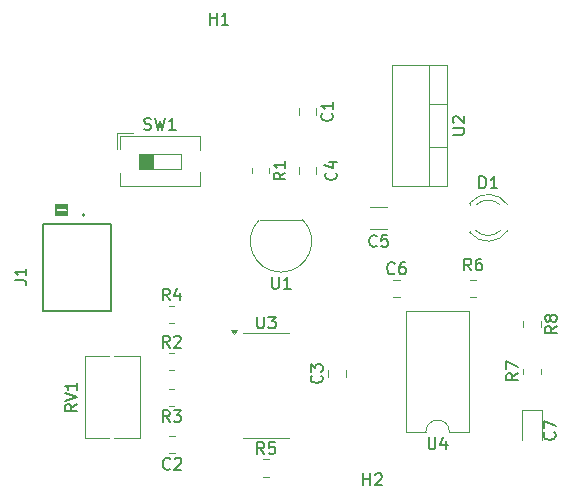
<source format=gbr>
%TF.GenerationSoftware,KiCad,Pcbnew,9.0.1*%
%TF.CreationDate,2025-04-27T19:27:19+01:00*%
%TF.ProjectId,PCB_IndicadorBateriaBaja,5043425f-496e-4646-9963-61646f724261,1*%
%TF.SameCoordinates,Original*%
%TF.FileFunction,Legend,Top*%
%TF.FilePolarity,Positive*%
%FSLAX46Y46*%
G04 Gerber Fmt 4.6, Leading zero omitted, Abs format (unit mm)*
G04 Created by KiCad (PCBNEW 9.0.1) date 2025-04-27 19:27:19*
%MOMM*%
%LPD*%
G01*
G04 APERTURE LIST*
%ADD10C,0.100000*%
%ADD11C,0.150000*%
%ADD12C,0.120000*%
%ADD13C,0.127000*%
%ADD14C,0.200000*%
G04 APERTURE END LIST*
D10*
G36*
X49893094Y-48069724D02*
G01*
X48816579Y-48069724D01*
X48816579Y-47512332D01*
X48927690Y-47512332D01*
X48927690Y-47550600D01*
X48954750Y-47577660D01*
X48973884Y-47581466D01*
X49304836Y-47581466D01*
X49304836Y-47912419D01*
X49308642Y-47931553D01*
X49335702Y-47958613D01*
X49373970Y-47958613D01*
X49401030Y-47931553D01*
X49404836Y-47912419D01*
X49404836Y-47581466D01*
X49735789Y-47581466D01*
X49754923Y-47577660D01*
X49781983Y-47550600D01*
X49781983Y-47512332D01*
X49754923Y-47485272D01*
X49735789Y-47481466D01*
X49404836Y-47481466D01*
X49404836Y-47150514D01*
X49401030Y-47131380D01*
X49373970Y-47104320D01*
X49335702Y-47104320D01*
X49308642Y-47131380D01*
X49304836Y-47150514D01*
X49304836Y-47481466D01*
X48973884Y-47481466D01*
X48954750Y-47485272D01*
X48927690Y-47512332D01*
X48816579Y-47512332D01*
X48816579Y-46993209D01*
X49893094Y-46993209D01*
X49893094Y-48069724D01*
G37*
D11*
X74908095Y-70834819D02*
X74908095Y-69834819D01*
X74908095Y-70311009D02*
X75479523Y-70311009D01*
X75479523Y-70834819D02*
X75479523Y-69834819D01*
X75908095Y-69930057D02*
X75955714Y-69882438D01*
X75955714Y-69882438D02*
X76050952Y-69834819D01*
X76050952Y-69834819D02*
X76289047Y-69834819D01*
X76289047Y-69834819D02*
X76384285Y-69882438D01*
X76384285Y-69882438D02*
X76431904Y-69930057D01*
X76431904Y-69930057D02*
X76479523Y-70025295D01*
X76479523Y-70025295D02*
X76479523Y-70120533D01*
X76479523Y-70120533D02*
X76431904Y-70263390D01*
X76431904Y-70263390D02*
X75860476Y-70834819D01*
X75860476Y-70834819D02*
X76479523Y-70834819D01*
X61908095Y-31834819D02*
X61908095Y-30834819D01*
X61908095Y-31311009D02*
X62479523Y-31311009D01*
X62479523Y-31834819D02*
X62479523Y-30834819D01*
X63479523Y-31834819D02*
X62908095Y-31834819D01*
X63193809Y-31834819D02*
X63193809Y-30834819D01*
X63193809Y-30834819D02*
X63098571Y-30977676D01*
X63098571Y-30977676D02*
X63003333Y-31072914D01*
X63003333Y-31072914D02*
X62908095Y-31120533D01*
X80428095Y-66784819D02*
X80428095Y-67594342D01*
X80428095Y-67594342D02*
X80475714Y-67689580D01*
X80475714Y-67689580D02*
X80523333Y-67737200D01*
X80523333Y-67737200D02*
X80618571Y-67784819D01*
X80618571Y-67784819D02*
X80809047Y-67784819D01*
X80809047Y-67784819D02*
X80904285Y-67737200D01*
X80904285Y-67737200D02*
X80951904Y-67689580D01*
X80951904Y-67689580D02*
X80999523Y-67594342D01*
X80999523Y-67594342D02*
X80999523Y-66784819D01*
X81904285Y-67118152D02*
X81904285Y-67784819D01*
X81666190Y-66737200D02*
X81428095Y-67451485D01*
X81428095Y-67451485D02*
X82047142Y-67451485D01*
X65908095Y-56554819D02*
X65908095Y-57364342D01*
X65908095Y-57364342D02*
X65955714Y-57459580D01*
X65955714Y-57459580D02*
X66003333Y-57507200D01*
X66003333Y-57507200D02*
X66098571Y-57554819D01*
X66098571Y-57554819D02*
X66289047Y-57554819D01*
X66289047Y-57554819D02*
X66384285Y-57507200D01*
X66384285Y-57507200D02*
X66431904Y-57459580D01*
X66431904Y-57459580D02*
X66479523Y-57364342D01*
X66479523Y-57364342D02*
X66479523Y-56554819D01*
X66860476Y-56554819D02*
X67479523Y-56554819D01*
X67479523Y-56554819D02*
X67146190Y-56935771D01*
X67146190Y-56935771D02*
X67289047Y-56935771D01*
X67289047Y-56935771D02*
X67384285Y-56983390D01*
X67384285Y-56983390D02*
X67431904Y-57031009D01*
X67431904Y-57031009D02*
X67479523Y-57126247D01*
X67479523Y-57126247D02*
X67479523Y-57364342D01*
X67479523Y-57364342D02*
X67431904Y-57459580D01*
X67431904Y-57459580D02*
X67384285Y-57507200D01*
X67384285Y-57507200D02*
X67289047Y-57554819D01*
X67289047Y-57554819D02*
X67003333Y-57554819D01*
X67003333Y-57554819D02*
X66908095Y-57507200D01*
X66908095Y-57507200D02*
X66860476Y-57459580D01*
X82449819Y-41141904D02*
X83259342Y-41141904D01*
X83259342Y-41141904D02*
X83354580Y-41094285D01*
X83354580Y-41094285D02*
X83402200Y-41046666D01*
X83402200Y-41046666D02*
X83449819Y-40951428D01*
X83449819Y-40951428D02*
X83449819Y-40760952D01*
X83449819Y-40760952D02*
X83402200Y-40665714D01*
X83402200Y-40665714D02*
X83354580Y-40618095D01*
X83354580Y-40618095D02*
X83259342Y-40570476D01*
X83259342Y-40570476D02*
X82449819Y-40570476D01*
X82545057Y-40141904D02*
X82497438Y-40094285D01*
X82497438Y-40094285D02*
X82449819Y-39999047D01*
X82449819Y-39999047D02*
X82449819Y-39760952D01*
X82449819Y-39760952D02*
X82497438Y-39665714D01*
X82497438Y-39665714D02*
X82545057Y-39618095D01*
X82545057Y-39618095D02*
X82640295Y-39570476D01*
X82640295Y-39570476D02*
X82735533Y-39570476D01*
X82735533Y-39570476D02*
X82878390Y-39618095D01*
X82878390Y-39618095D02*
X83449819Y-40189523D01*
X83449819Y-40189523D02*
X83449819Y-39570476D01*
X67163095Y-53204819D02*
X67163095Y-54014342D01*
X67163095Y-54014342D02*
X67210714Y-54109580D01*
X67210714Y-54109580D02*
X67258333Y-54157200D01*
X67258333Y-54157200D02*
X67353571Y-54204819D01*
X67353571Y-54204819D02*
X67544047Y-54204819D01*
X67544047Y-54204819D02*
X67639285Y-54157200D01*
X67639285Y-54157200D02*
X67686904Y-54109580D01*
X67686904Y-54109580D02*
X67734523Y-54014342D01*
X67734523Y-54014342D02*
X67734523Y-53204819D01*
X68734523Y-54204819D02*
X68163095Y-54204819D01*
X68448809Y-54204819D02*
X68448809Y-53204819D01*
X68448809Y-53204819D02*
X68353571Y-53347676D01*
X68353571Y-53347676D02*
X68258333Y-53442914D01*
X68258333Y-53442914D02*
X68163095Y-53490533D01*
X56341667Y-40689700D02*
X56484524Y-40737319D01*
X56484524Y-40737319D02*
X56722619Y-40737319D01*
X56722619Y-40737319D02*
X56817857Y-40689700D01*
X56817857Y-40689700D02*
X56865476Y-40642080D01*
X56865476Y-40642080D02*
X56913095Y-40546842D01*
X56913095Y-40546842D02*
X56913095Y-40451604D01*
X56913095Y-40451604D02*
X56865476Y-40356366D01*
X56865476Y-40356366D02*
X56817857Y-40308747D01*
X56817857Y-40308747D02*
X56722619Y-40261128D01*
X56722619Y-40261128D02*
X56532143Y-40213509D01*
X56532143Y-40213509D02*
X56436905Y-40165890D01*
X56436905Y-40165890D02*
X56389286Y-40118271D01*
X56389286Y-40118271D02*
X56341667Y-40023033D01*
X56341667Y-40023033D02*
X56341667Y-39927795D01*
X56341667Y-39927795D02*
X56389286Y-39832557D01*
X56389286Y-39832557D02*
X56436905Y-39784938D01*
X56436905Y-39784938D02*
X56532143Y-39737319D01*
X56532143Y-39737319D02*
X56770238Y-39737319D01*
X56770238Y-39737319D02*
X56913095Y-39784938D01*
X57246429Y-39737319D02*
X57484524Y-40737319D01*
X57484524Y-40737319D02*
X57675000Y-40023033D01*
X57675000Y-40023033D02*
X57865476Y-40737319D01*
X57865476Y-40737319D02*
X58103572Y-39737319D01*
X59008333Y-40737319D02*
X58436905Y-40737319D01*
X58722619Y-40737319D02*
X58722619Y-39737319D01*
X58722619Y-39737319D02*
X58627381Y-39880176D01*
X58627381Y-39880176D02*
X58532143Y-39975414D01*
X58532143Y-39975414D02*
X58436905Y-40023033D01*
X50624819Y-63975238D02*
X50148628Y-64308571D01*
X50624819Y-64546666D02*
X49624819Y-64546666D01*
X49624819Y-64546666D02*
X49624819Y-64165714D01*
X49624819Y-64165714D02*
X49672438Y-64070476D01*
X49672438Y-64070476D02*
X49720057Y-64022857D01*
X49720057Y-64022857D02*
X49815295Y-63975238D01*
X49815295Y-63975238D02*
X49958152Y-63975238D01*
X49958152Y-63975238D02*
X50053390Y-64022857D01*
X50053390Y-64022857D02*
X50101009Y-64070476D01*
X50101009Y-64070476D02*
X50148628Y-64165714D01*
X50148628Y-64165714D02*
X50148628Y-64546666D01*
X49624819Y-63689523D02*
X50624819Y-63356190D01*
X50624819Y-63356190D02*
X49624819Y-63022857D01*
X50624819Y-62165714D02*
X50624819Y-62737142D01*
X50624819Y-62451428D02*
X49624819Y-62451428D01*
X49624819Y-62451428D02*
X49767676Y-62546666D01*
X49767676Y-62546666D02*
X49862914Y-62641904D01*
X49862914Y-62641904D02*
X49910533Y-62737142D01*
X91299819Y-57356666D02*
X90823628Y-57689999D01*
X91299819Y-57928094D02*
X90299819Y-57928094D01*
X90299819Y-57928094D02*
X90299819Y-57547142D01*
X90299819Y-57547142D02*
X90347438Y-57451904D01*
X90347438Y-57451904D02*
X90395057Y-57404285D01*
X90395057Y-57404285D02*
X90490295Y-57356666D01*
X90490295Y-57356666D02*
X90633152Y-57356666D01*
X90633152Y-57356666D02*
X90728390Y-57404285D01*
X90728390Y-57404285D02*
X90776009Y-57451904D01*
X90776009Y-57451904D02*
X90823628Y-57547142D01*
X90823628Y-57547142D02*
X90823628Y-57928094D01*
X90728390Y-56785237D02*
X90680771Y-56880475D01*
X90680771Y-56880475D02*
X90633152Y-56928094D01*
X90633152Y-56928094D02*
X90537914Y-56975713D01*
X90537914Y-56975713D02*
X90490295Y-56975713D01*
X90490295Y-56975713D02*
X90395057Y-56928094D01*
X90395057Y-56928094D02*
X90347438Y-56880475D01*
X90347438Y-56880475D02*
X90299819Y-56785237D01*
X90299819Y-56785237D02*
X90299819Y-56594761D01*
X90299819Y-56594761D02*
X90347438Y-56499523D01*
X90347438Y-56499523D02*
X90395057Y-56451904D01*
X90395057Y-56451904D02*
X90490295Y-56404285D01*
X90490295Y-56404285D02*
X90537914Y-56404285D01*
X90537914Y-56404285D02*
X90633152Y-56451904D01*
X90633152Y-56451904D02*
X90680771Y-56499523D01*
X90680771Y-56499523D02*
X90728390Y-56594761D01*
X90728390Y-56594761D02*
X90728390Y-56785237D01*
X90728390Y-56785237D02*
X90776009Y-56880475D01*
X90776009Y-56880475D02*
X90823628Y-56928094D01*
X90823628Y-56928094D02*
X90918866Y-56975713D01*
X90918866Y-56975713D02*
X91109342Y-56975713D01*
X91109342Y-56975713D02*
X91204580Y-56928094D01*
X91204580Y-56928094D02*
X91252200Y-56880475D01*
X91252200Y-56880475D02*
X91299819Y-56785237D01*
X91299819Y-56785237D02*
X91299819Y-56594761D01*
X91299819Y-56594761D02*
X91252200Y-56499523D01*
X91252200Y-56499523D02*
X91204580Y-56451904D01*
X91204580Y-56451904D02*
X91109342Y-56404285D01*
X91109342Y-56404285D02*
X90918866Y-56404285D01*
X90918866Y-56404285D02*
X90823628Y-56451904D01*
X90823628Y-56451904D02*
X90776009Y-56499523D01*
X90776009Y-56499523D02*
X90728390Y-56594761D01*
X87999819Y-61356666D02*
X87523628Y-61689999D01*
X87999819Y-61928094D02*
X86999819Y-61928094D01*
X86999819Y-61928094D02*
X86999819Y-61547142D01*
X86999819Y-61547142D02*
X87047438Y-61451904D01*
X87047438Y-61451904D02*
X87095057Y-61404285D01*
X87095057Y-61404285D02*
X87190295Y-61356666D01*
X87190295Y-61356666D02*
X87333152Y-61356666D01*
X87333152Y-61356666D02*
X87428390Y-61404285D01*
X87428390Y-61404285D02*
X87476009Y-61451904D01*
X87476009Y-61451904D02*
X87523628Y-61547142D01*
X87523628Y-61547142D02*
X87523628Y-61928094D01*
X86999819Y-61023332D02*
X86999819Y-60356666D01*
X86999819Y-60356666D02*
X87999819Y-60785237D01*
X84028333Y-52644819D02*
X83695000Y-52168628D01*
X83456905Y-52644819D02*
X83456905Y-51644819D01*
X83456905Y-51644819D02*
X83837857Y-51644819D01*
X83837857Y-51644819D02*
X83933095Y-51692438D01*
X83933095Y-51692438D02*
X83980714Y-51740057D01*
X83980714Y-51740057D02*
X84028333Y-51835295D01*
X84028333Y-51835295D02*
X84028333Y-51978152D01*
X84028333Y-51978152D02*
X83980714Y-52073390D01*
X83980714Y-52073390D02*
X83933095Y-52121009D01*
X83933095Y-52121009D02*
X83837857Y-52168628D01*
X83837857Y-52168628D02*
X83456905Y-52168628D01*
X84885476Y-51644819D02*
X84695000Y-51644819D01*
X84695000Y-51644819D02*
X84599762Y-51692438D01*
X84599762Y-51692438D02*
X84552143Y-51740057D01*
X84552143Y-51740057D02*
X84456905Y-51882914D01*
X84456905Y-51882914D02*
X84409286Y-52073390D01*
X84409286Y-52073390D02*
X84409286Y-52454342D01*
X84409286Y-52454342D02*
X84456905Y-52549580D01*
X84456905Y-52549580D02*
X84504524Y-52597200D01*
X84504524Y-52597200D02*
X84599762Y-52644819D01*
X84599762Y-52644819D02*
X84790238Y-52644819D01*
X84790238Y-52644819D02*
X84885476Y-52597200D01*
X84885476Y-52597200D02*
X84933095Y-52549580D01*
X84933095Y-52549580D02*
X84980714Y-52454342D01*
X84980714Y-52454342D02*
X84980714Y-52216247D01*
X84980714Y-52216247D02*
X84933095Y-52121009D01*
X84933095Y-52121009D02*
X84885476Y-52073390D01*
X84885476Y-52073390D02*
X84790238Y-52025771D01*
X84790238Y-52025771D02*
X84599762Y-52025771D01*
X84599762Y-52025771D02*
X84504524Y-52073390D01*
X84504524Y-52073390D02*
X84456905Y-52121009D01*
X84456905Y-52121009D02*
X84409286Y-52216247D01*
X66503333Y-68184819D02*
X66170000Y-67708628D01*
X65931905Y-68184819D02*
X65931905Y-67184819D01*
X65931905Y-67184819D02*
X66312857Y-67184819D01*
X66312857Y-67184819D02*
X66408095Y-67232438D01*
X66408095Y-67232438D02*
X66455714Y-67280057D01*
X66455714Y-67280057D02*
X66503333Y-67375295D01*
X66503333Y-67375295D02*
X66503333Y-67518152D01*
X66503333Y-67518152D02*
X66455714Y-67613390D01*
X66455714Y-67613390D02*
X66408095Y-67661009D01*
X66408095Y-67661009D02*
X66312857Y-67708628D01*
X66312857Y-67708628D02*
X65931905Y-67708628D01*
X67408095Y-67184819D02*
X66931905Y-67184819D01*
X66931905Y-67184819D02*
X66884286Y-67661009D01*
X66884286Y-67661009D02*
X66931905Y-67613390D01*
X66931905Y-67613390D02*
X67027143Y-67565771D01*
X67027143Y-67565771D02*
X67265238Y-67565771D01*
X67265238Y-67565771D02*
X67360476Y-67613390D01*
X67360476Y-67613390D02*
X67408095Y-67661009D01*
X67408095Y-67661009D02*
X67455714Y-67756247D01*
X67455714Y-67756247D02*
X67455714Y-67994342D01*
X67455714Y-67994342D02*
X67408095Y-68089580D01*
X67408095Y-68089580D02*
X67360476Y-68137200D01*
X67360476Y-68137200D02*
X67265238Y-68184819D01*
X67265238Y-68184819D02*
X67027143Y-68184819D01*
X67027143Y-68184819D02*
X66931905Y-68137200D01*
X66931905Y-68137200D02*
X66884286Y-68089580D01*
X58503333Y-55184819D02*
X58170000Y-54708628D01*
X57931905Y-55184819D02*
X57931905Y-54184819D01*
X57931905Y-54184819D02*
X58312857Y-54184819D01*
X58312857Y-54184819D02*
X58408095Y-54232438D01*
X58408095Y-54232438D02*
X58455714Y-54280057D01*
X58455714Y-54280057D02*
X58503333Y-54375295D01*
X58503333Y-54375295D02*
X58503333Y-54518152D01*
X58503333Y-54518152D02*
X58455714Y-54613390D01*
X58455714Y-54613390D02*
X58408095Y-54661009D01*
X58408095Y-54661009D02*
X58312857Y-54708628D01*
X58312857Y-54708628D02*
X57931905Y-54708628D01*
X59360476Y-54518152D02*
X59360476Y-55184819D01*
X59122381Y-54137200D02*
X58884286Y-54851485D01*
X58884286Y-54851485D02*
X59503333Y-54851485D01*
X58503333Y-65484819D02*
X58170000Y-65008628D01*
X57931905Y-65484819D02*
X57931905Y-64484819D01*
X57931905Y-64484819D02*
X58312857Y-64484819D01*
X58312857Y-64484819D02*
X58408095Y-64532438D01*
X58408095Y-64532438D02*
X58455714Y-64580057D01*
X58455714Y-64580057D02*
X58503333Y-64675295D01*
X58503333Y-64675295D02*
X58503333Y-64818152D01*
X58503333Y-64818152D02*
X58455714Y-64913390D01*
X58455714Y-64913390D02*
X58408095Y-64961009D01*
X58408095Y-64961009D02*
X58312857Y-65008628D01*
X58312857Y-65008628D02*
X57931905Y-65008628D01*
X58836667Y-64484819D02*
X59455714Y-64484819D01*
X59455714Y-64484819D02*
X59122381Y-64865771D01*
X59122381Y-64865771D02*
X59265238Y-64865771D01*
X59265238Y-64865771D02*
X59360476Y-64913390D01*
X59360476Y-64913390D02*
X59408095Y-64961009D01*
X59408095Y-64961009D02*
X59455714Y-65056247D01*
X59455714Y-65056247D02*
X59455714Y-65294342D01*
X59455714Y-65294342D02*
X59408095Y-65389580D01*
X59408095Y-65389580D02*
X59360476Y-65437200D01*
X59360476Y-65437200D02*
X59265238Y-65484819D01*
X59265238Y-65484819D02*
X58979524Y-65484819D01*
X58979524Y-65484819D02*
X58884286Y-65437200D01*
X58884286Y-65437200D02*
X58836667Y-65389580D01*
X58503333Y-59184819D02*
X58170000Y-58708628D01*
X57931905Y-59184819D02*
X57931905Y-58184819D01*
X57931905Y-58184819D02*
X58312857Y-58184819D01*
X58312857Y-58184819D02*
X58408095Y-58232438D01*
X58408095Y-58232438D02*
X58455714Y-58280057D01*
X58455714Y-58280057D02*
X58503333Y-58375295D01*
X58503333Y-58375295D02*
X58503333Y-58518152D01*
X58503333Y-58518152D02*
X58455714Y-58613390D01*
X58455714Y-58613390D02*
X58408095Y-58661009D01*
X58408095Y-58661009D02*
X58312857Y-58708628D01*
X58312857Y-58708628D02*
X57931905Y-58708628D01*
X58884286Y-58280057D02*
X58931905Y-58232438D01*
X58931905Y-58232438D02*
X59027143Y-58184819D01*
X59027143Y-58184819D02*
X59265238Y-58184819D01*
X59265238Y-58184819D02*
X59360476Y-58232438D01*
X59360476Y-58232438D02*
X59408095Y-58280057D01*
X59408095Y-58280057D02*
X59455714Y-58375295D01*
X59455714Y-58375295D02*
X59455714Y-58470533D01*
X59455714Y-58470533D02*
X59408095Y-58613390D01*
X59408095Y-58613390D02*
X58836667Y-59184819D01*
X58836667Y-59184819D02*
X59455714Y-59184819D01*
X68299819Y-44356666D02*
X67823628Y-44689999D01*
X68299819Y-44928094D02*
X67299819Y-44928094D01*
X67299819Y-44928094D02*
X67299819Y-44547142D01*
X67299819Y-44547142D02*
X67347438Y-44451904D01*
X67347438Y-44451904D02*
X67395057Y-44404285D01*
X67395057Y-44404285D02*
X67490295Y-44356666D01*
X67490295Y-44356666D02*
X67633152Y-44356666D01*
X67633152Y-44356666D02*
X67728390Y-44404285D01*
X67728390Y-44404285D02*
X67776009Y-44451904D01*
X67776009Y-44451904D02*
X67823628Y-44547142D01*
X67823628Y-44547142D02*
X67823628Y-44928094D01*
X68299819Y-43404285D02*
X68299819Y-43975713D01*
X68299819Y-43689999D02*
X67299819Y-43689999D01*
X67299819Y-43689999D02*
X67442676Y-43785237D01*
X67442676Y-43785237D02*
X67537914Y-43880475D01*
X67537914Y-43880475D02*
X67585533Y-43975713D01*
X45364819Y-53488333D02*
X46079104Y-53488333D01*
X46079104Y-53488333D02*
X46221961Y-53535952D01*
X46221961Y-53535952D02*
X46317200Y-53631190D01*
X46317200Y-53631190D02*
X46364819Y-53774047D01*
X46364819Y-53774047D02*
X46364819Y-53869285D01*
X46364819Y-52488333D02*
X46364819Y-53059761D01*
X46364819Y-52774047D02*
X45364819Y-52774047D01*
X45364819Y-52774047D02*
X45507676Y-52869285D01*
X45507676Y-52869285D02*
X45602914Y-52964523D01*
X45602914Y-52964523D02*
X45650533Y-53059761D01*
X84726905Y-45684819D02*
X84726905Y-44684819D01*
X84726905Y-44684819D02*
X84965000Y-44684819D01*
X84965000Y-44684819D02*
X85107857Y-44732438D01*
X85107857Y-44732438D02*
X85203095Y-44827676D01*
X85203095Y-44827676D02*
X85250714Y-44922914D01*
X85250714Y-44922914D02*
X85298333Y-45113390D01*
X85298333Y-45113390D02*
X85298333Y-45256247D01*
X85298333Y-45256247D02*
X85250714Y-45446723D01*
X85250714Y-45446723D02*
X85203095Y-45541961D01*
X85203095Y-45541961D02*
X85107857Y-45637200D01*
X85107857Y-45637200D02*
X84965000Y-45684819D01*
X84965000Y-45684819D02*
X84726905Y-45684819D01*
X86250714Y-45684819D02*
X85679286Y-45684819D01*
X85965000Y-45684819D02*
X85965000Y-44684819D01*
X85965000Y-44684819D02*
X85869762Y-44827676D01*
X85869762Y-44827676D02*
X85774524Y-44922914D01*
X85774524Y-44922914D02*
X85679286Y-44970533D01*
X91074580Y-66356666D02*
X91122200Y-66404285D01*
X91122200Y-66404285D02*
X91169819Y-66547142D01*
X91169819Y-66547142D02*
X91169819Y-66642380D01*
X91169819Y-66642380D02*
X91122200Y-66785237D01*
X91122200Y-66785237D02*
X91026961Y-66880475D01*
X91026961Y-66880475D02*
X90931723Y-66928094D01*
X90931723Y-66928094D02*
X90741247Y-66975713D01*
X90741247Y-66975713D02*
X90598390Y-66975713D01*
X90598390Y-66975713D02*
X90407914Y-66928094D01*
X90407914Y-66928094D02*
X90312676Y-66880475D01*
X90312676Y-66880475D02*
X90217438Y-66785237D01*
X90217438Y-66785237D02*
X90169819Y-66642380D01*
X90169819Y-66642380D02*
X90169819Y-66547142D01*
X90169819Y-66547142D02*
X90217438Y-66404285D01*
X90217438Y-66404285D02*
X90265057Y-66356666D01*
X90169819Y-66023332D02*
X90169819Y-65356666D01*
X90169819Y-65356666D02*
X91169819Y-65785237D01*
X77540833Y-52869580D02*
X77493214Y-52917200D01*
X77493214Y-52917200D02*
X77350357Y-52964819D01*
X77350357Y-52964819D02*
X77255119Y-52964819D01*
X77255119Y-52964819D02*
X77112262Y-52917200D01*
X77112262Y-52917200D02*
X77017024Y-52821961D01*
X77017024Y-52821961D02*
X76969405Y-52726723D01*
X76969405Y-52726723D02*
X76921786Y-52536247D01*
X76921786Y-52536247D02*
X76921786Y-52393390D01*
X76921786Y-52393390D02*
X76969405Y-52202914D01*
X76969405Y-52202914D02*
X77017024Y-52107676D01*
X77017024Y-52107676D02*
X77112262Y-52012438D01*
X77112262Y-52012438D02*
X77255119Y-51964819D01*
X77255119Y-51964819D02*
X77350357Y-51964819D01*
X77350357Y-51964819D02*
X77493214Y-52012438D01*
X77493214Y-52012438D02*
X77540833Y-52060057D01*
X78397976Y-51964819D02*
X78207500Y-51964819D01*
X78207500Y-51964819D02*
X78112262Y-52012438D01*
X78112262Y-52012438D02*
X78064643Y-52060057D01*
X78064643Y-52060057D02*
X77969405Y-52202914D01*
X77969405Y-52202914D02*
X77921786Y-52393390D01*
X77921786Y-52393390D02*
X77921786Y-52774342D01*
X77921786Y-52774342D02*
X77969405Y-52869580D01*
X77969405Y-52869580D02*
X78017024Y-52917200D01*
X78017024Y-52917200D02*
X78112262Y-52964819D01*
X78112262Y-52964819D02*
X78302738Y-52964819D01*
X78302738Y-52964819D02*
X78397976Y-52917200D01*
X78397976Y-52917200D02*
X78445595Y-52869580D01*
X78445595Y-52869580D02*
X78493214Y-52774342D01*
X78493214Y-52774342D02*
X78493214Y-52536247D01*
X78493214Y-52536247D02*
X78445595Y-52441009D01*
X78445595Y-52441009D02*
X78397976Y-52393390D01*
X78397976Y-52393390D02*
X78302738Y-52345771D01*
X78302738Y-52345771D02*
X78112262Y-52345771D01*
X78112262Y-52345771D02*
X78017024Y-52393390D01*
X78017024Y-52393390D02*
X77969405Y-52441009D01*
X77969405Y-52441009D02*
X77921786Y-52536247D01*
X76028333Y-50549580D02*
X75980714Y-50597200D01*
X75980714Y-50597200D02*
X75837857Y-50644819D01*
X75837857Y-50644819D02*
X75742619Y-50644819D01*
X75742619Y-50644819D02*
X75599762Y-50597200D01*
X75599762Y-50597200D02*
X75504524Y-50501961D01*
X75504524Y-50501961D02*
X75456905Y-50406723D01*
X75456905Y-50406723D02*
X75409286Y-50216247D01*
X75409286Y-50216247D02*
X75409286Y-50073390D01*
X75409286Y-50073390D02*
X75456905Y-49882914D01*
X75456905Y-49882914D02*
X75504524Y-49787676D01*
X75504524Y-49787676D02*
X75599762Y-49692438D01*
X75599762Y-49692438D02*
X75742619Y-49644819D01*
X75742619Y-49644819D02*
X75837857Y-49644819D01*
X75837857Y-49644819D02*
X75980714Y-49692438D01*
X75980714Y-49692438D02*
X76028333Y-49740057D01*
X76933095Y-49644819D02*
X76456905Y-49644819D01*
X76456905Y-49644819D02*
X76409286Y-50121009D01*
X76409286Y-50121009D02*
X76456905Y-50073390D01*
X76456905Y-50073390D02*
X76552143Y-50025771D01*
X76552143Y-50025771D02*
X76790238Y-50025771D01*
X76790238Y-50025771D02*
X76885476Y-50073390D01*
X76885476Y-50073390D02*
X76933095Y-50121009D01*
X76933095Y-50121009D02*
X76980714Y-50216247D01*
X76980714Y-50216247D02*
X76980714Y-50454342D01*
X76980714Y-50454342D02*
X76933095Y-50549580D01*
X76933095Y-50549580D02*
X76885476Y-50597200D01*
X76885476Y-50597200D02*
X76790238Y-50644819D01*
X76790238Y-50644819D02*
X76552143Y-50644819D01*
X76552143Y-50644819D02*
X76456905Y-50597200D01*
X76456905Y-50597200D02*
X76409286Y-50549580D01*
X72554580Y-44356666D02*
X72602200Y-44404285D01*
X72602200Y-44404285D02*
X72649819Y-44547142D01*
X72649819Y-44547142D02*
X72649819Y-44642380D01*
X72649819Y-44642380D02*
X72602200Y-44785237D01*
X72602200Y-44785237D02*
X72506961Y-44880475D01*
X72506961Y-44880475D02*
X72411723Y-44928094D01*
X72411723Y-44928094D02*
X72221247Y-44975713D01*
X72221247Y-44975713D02*
X72078390Y-44975713D01*
X72078390Y-44975713D02*
X71887914Y-44928094D01*
X71887914Y-44928094D02*
X71792676Y-44880475D01*
X71792676Y-44880475D02*
X71697438Y-44785237D01*
X71697438Y-44785237D02*
X71649819Y-44642380D01*
X71649819Y-44642380D02*
X71649819Y-44547142D01*
X71649819Y-44547142D02*
X71697438Y-44404285D01*
X71697438Y-44404285D02*
X71745057Y-44356666D01*
X71983152Y-43499523D02*
X72649819Y-43499523D01*
X71602200Y-43737618D02*
X72316485Y-43975713D01*
X72316485Y-43975713D02*
X72316485Y-43356666D01*
X71349580Y-61546666D02*
X71397200Y-61594285D01*
X71397200Y-61594285D02*
X71444819Y-61737142D01*
X71444819Y-61737142D02*
X71444819Y-61832380D01*
X71444819Y-61832380D02*
X71397200Y-61975237D01*
X71397200Y-61975237D02*
X71301961Y-62070475D01*
X71301961Y-62070475D02*
X71206723Y-62118094D01*
X71206723Y-62118094D02*
X71016247Y-62165713D01*
X71016247Y-62165713D02*
X70873390Y-62165713D01*
X70873390Y-62165713D02*
X70682914Y-62118094D01*
X70682914Y-62118094D02*
X70587676Y-62070475D01*
X70587676Y-62070475D02*
X70492438Y-61975237D01*
X70492438Y-61975237D02*
X70444819Y-61832380D01*
X70444819Y-61832380D02*
X70444819Y-61737142D01*
X70444819Y-61737142D02*
X70492438Y-61594285D01*
X70492438Y-61594285D02*
X70540057Y-61546666D01*
X70444819Y-61213332D02*
X70444819Y-60594285D01*
X70444819Y-60594285D02*
X70825771Y-60927618D01*
X70825771Y-60927618D02*
X70825771Y-60784761D01*
X70825771Y-60784761D02*
X70873390Y-60689523D01*
X70873390Y-60689523D02*
X70921009Y-60641904D01*
X70921009Y-60641904D02*
X71016247Y-60594285D01*
X71016247Y-60594285D02*
X71254342Y-60594285D01*
X71254342Y-60594285D02*
X71349580Y-60641904D01*
X71349580Y-60641904D02*
X71397200Y-60689523D01*
X71397200Y-60689523D02*
X71444819Y-60784761D01*
X71444819Y-60784761D02*
X71444819Y-61070475D01*
X71444819Y-61070475D02*
X71397200Y-61165713D01*
X71397200Y-61165713D02*
X71349580Y-61213332D01*
X58540833Y-69419580D02*
X58493214Y-69467200D01*
X58493214Y-69467200D02*
X58350357Y-69514819D01*
X58350357Y-69514819D02*
X58255119Y-69514819D01*
X58255119Y-69514819D02*
X58112262Y-69467200D01*
X58112262Y-69467200D02*
X58017024Y-69371961D01*
X58017024Y-69371961D02*
X57969405Y-69276723D01*
X57969405Y-69276723D02*
X57921786Y-69086247D01*
X57921786Y-69086247D02*
X57921786Y-68943390D01*
X57921786Y-68943390D02*
X57969405Y-68752914D01*
X57969405Y-68752914D02*
X58017024Y-68657676D01*
X58017024Y-68657676D02*
X58112262Y-68562438D01*
X58112262Y-68562438D02*
X58255119Y-68514819D01*
X58255119Y-68514819D02*
X58350357Y-68514819D01*
X58350357Y-68514819D02*
X58493214Y-68562438D01*
X58493214Y-68562438D02*
X58540833Y-68610057D01*
X58921786Y-68610057D02*
X58969405Y-68562438D01*
X58969405Y-68562438D02*
X59064643Y-68514819D01*
X59064643Y-68514819D02*
X59302738Y-68514819D01*
X59302738Y-68514819D02*
X59397976Y-68562438D01*
X59397976Y-68562438D02*
X59445595Y-68610057D01*
X59445595Y-68610057D02*
X59493214Y-68705295D01*
X59493214Y-68705295D02*
X59493214Y-68800533D01*
X59493214Y-68800533D02*
X59445595Y-68943390D01*
X59445595Y-68943390D02*
X58874167Y-69514819D01*
X58874167Y-69514819D02*
X59493214Y-69514819D01*
X72234580Y-39356666D02*
X72282200Y-39404285D01*
X72282200Y-39404285D02*
X72329819Y-39547142D01*
X72329819Y-39547142D02*
X72329819Y-39642380D01*
X72329819Y-39642380D02*
X72282200Y-39785237D01*
X72282200Y-39785237D02*
X72186961Y-39880475D01*
X72186961Y-39880475D02*
X72091723Y-39928094D01*
X72091723Y-39928094D02*
X71901247Y-39975713D01*
X71901247Y-39975713D02*
X71758390Y-39975713D01*
X71758390Y-39975713D02*
X71567914Y-39928094D01*
X71567914Y-39928094D02*
X71472676Y-39880475D01*
X71472676Y-39880475D02*
X71377438Y-39785237D01*
X71377438Y-39785237D02*
X71329819Y-39642380D01*
X71329819Y-39642380D02*
X71329819Y-39547142D01*
X71329819Y-39547142D02*
X71377438Y-39404285D01*
X71377438Y-39404285D02*
X71425057Y-39356666D01*
X72329819Y-38404285D02*
X72329819Y-38975713D01*
X72329819Y-38689999D02*
X71329819Y-38689999D01*
X71329819Y-38689999D02*
X71472676Y-38785237D01*
X71472676Y-38785237D02*
X71567914Y-38880475D01*
X71567914Y-38880475D02*
X71615533Y-38975713D01*
D12*
%TO.C,U4*%
X83840000Y-66330000D02*
X83840000Y-56050000D01*
X83840000Y-56050000D02*
X78540000Y-56050000D01*
X82190000Y-66330000D02*
X83840000Y-66330000D01*
X78540000Y-66330000D02*
X80190000Y-66330000D01*
X78540000Y-56050000D02*
X78540000Y-66330000D01*
X80190000Y-66330000D02*
G75*
G02*
X82190000Y-66330000I1000000J0D01*
G01*
%TO.C,U3*%
X66670000Y-57945000D02*
X64720000Y-57945000D01*
X66670000Y-57945000D02*
X68620000Y-57945000D01*
X66670000Y-66815000D02*
X64720000Y-66815000D01*
X66670000Y-66815000D02*
X68620000Y-66815000D01*
X63970000Y-58010000D02*
X63730000Y-57680000D01*
X64210000Y-57680000D01*
X63970000Y-58010000D01*
G36*
X63970000Y-58010000D02*
G01*
X63730000Y-57680000D01*
X64210000Y-57680000D01*
X63970000Y-58010000D01*
G37*
%TO.C,U2*%
X81995000Y-35260000D02*
X77354000Y-35260000D01*
X81995000Y-35260000D02*
X81995000Y-45500000D01*
X80485000Y-35260000D02*
X80485000Y-45500000D01*
X77354000Y-35260000D02*
X77354000Y-45500000D01*
X81995000Y-38530000D02*
X80485000Y-38530000D01*
X81995000Y-42231000D02*
X80485000Y-42231000D01*
X81995000Y-45500000D02*
X77354000Y-45500000D01*
%TO.C,U1*%
X69725000Y-48340000D02*
X66125000Y-48340000D01*
X69763478Y-48351522D02*
G75*
G02*
X67925000Y-52790001I-1838478J-1838478D01*
G01*
X67925000Y-52790000D02*
G75*
G02*
X66086522Y-48351522I0J2600000D01*
G01*
%TO.C,SW1*%
X54025000Y-41042500D02*
X54025000Y-42352500D01*
X54025000Y-41042500D02*
X55408000Y-41042500D01*
X54265000Y-41282500D02*
X54265000Y-42352500D01*
X54265000Y-41282500D02*
X61085000Y-41282500D01*
X54265000Y-44432500D02*
X54265000Y-45502500D01*
X54265000Y-45502500D02*
X61085000Y-45502500D01*
X57071667Y-42757500D02*
X57071667Y-44027500D01*
X61085000Y-41282500D02*
X61085000Y-42432500D01*
X61085000Y-44352500D02*
X61085000Y-45502500D01*
X55865000Y-42757500D02*
X57071667Y-42757500D01*
X57071667Y-44027500D01*
X55865000Y-44027500D01*
X55865000Y-42757500D01*
G36*
X55865000Y-42757500D02*
G01*
X57071667Y-42757500D01*
X57071667Y-44027500D01*
X55865000Y-44027500D01*
X55865000Y-42757500D01*
G37*
X55865000Y-42757500D02*
X59485000Y-42757500D01*
X59485000Y-44027500D01*
X55865000Y-44027500D01*
X55865000Y-42757500D01*
%TO.C,RV1*%
X51310000Y-66845000D02*
X53363000Y-66845000D01*
X51310000Y-66845000D02*
X51310000Y-59915000D01*
X53797000Y-66845000D02*
X56030000Y-66845000D01*
X56030000Y-66845000D02*
X56030000Y-59915000D01*
X51310000Y-59915000D02*
X53363000Y-59915000D01*
X53797000Y-59915000D02*
X56030000Y-59915000D01*
%TO.C,R8*%
X89930000Y-56962936D02*
X89930000Y-57417064D01*
X88460000Y-56962936D02*
X88460000Y-57417064D01*
%TO.C,R7*%
X88460000Y-61417064D02*
X88460000Y-60962936D01*
X89930000Y-61417064D02*
X89930000Y-60962936D01*
%TO.C,R6*%
X84422064Y-54925000D02*
X83967936Y-54925000D01*
X84422064Y-53455000D02*
X83967936Y-53455000D01*
%TO.C,R5*%
X66442936Y-68645000D02*
X66897064Y-68645000D01*
X66442936Y-70115000D02*
X66897064Y-70115000D01*
%TO.C,R4*%
X58442936Y-55645000D02*
X58897064Y-55645000D01*
X58442936Y-57115000D02*
X58897064Y-57115000D01*
%TO.C,R3*%
X58897064Y-64115000D02*
X58442936Y-64115000D01*
X58897064Y-62645000D02*
X58442936Y-62645000D01*
%TO.C,R2*%
X58442936Y-59645000D02*
X58897064Y-59645000D01*
X58442936Y-61115000D02*
X58897064Y-61115000D01*
%TO.C,R1*%
X66930000Y-43962936D02*
X66930000Y-44417064D01*
X65460000Y-43962936D02*
X65460000Y-44417064D01*
D13*
%TO.C,J1*%
X47795000Y-56080000D02*
X47795000Y-48680000D01*
X53545000Y-56080000D02*
X47795000Y-56080000D01*
X47795000Y-48680000D02*
X53545000Y-48680000D01*
X53545000Y-48680000D02*
X53545000Y-56080000D01*
D14*
X51295000Y-47940000D02*
G75*
G02*
X51095000Y-47940000I-100000J0D01*
G01*
X51095000Y-47940000D02*
G75*
G02*
X51295000Y-47940000I100000J0D01*
G01*
D12*
%TO.C,D1*%
X83905000Y-46954000D02*
X83905000Y-47110000D01*
X83905000Y-49270000D02*
X83905000Y-49426000D01*
X83905000Y-46954484D02*
G75*
G02*
X87136397Y-47109939I1560000J-1235516D01*
G01*
X84424039Y-47110000D02*
G75*
G02*
X86505910Y-47109951I1040961J-1080000D01*
G01*
X86505910Y-49270049D02*
G75*
G02*
X84424039Y-49270000I-1040910J1080049D01*
G01*
X87136397Y-49270061D02*
G75*
G02*
X83905000Y-49425516I-1671397J1080061D01*
G01*
%TO.C,C7*%
X90020000Y-64495000D02*
X88370000Y-64495000D01*
X88370000Y-64495000D02*
X88370000Y-66990000D01*
X90020000Y-66990000D02*
X90020000Y-64495000D01*
%TO.C,C6*%
X77446248Y-53455000D02*
X77968752Y-53455000D01*
X77446248Y-54925000D02*
X77968752Y-54925000D01*
%TO.C,C5*%
X75483748Y-47280000D02*
X76906252Y-47280000D01*
X75483748Y-49100000D02*
X76906252Y-49100000D01*
%TO.C,C4*%
X69460000Y-44451252D02*
X69460000Y-43928748D01*
X70930000Y-44451252D02*
X70930000Y-43928748D01*
%TO.C,C3*%
X71935000Y-61641252D02*
X71935000Y-61118748D01*
X73405000Y-61641252D02*
X73405000Y-61118748D01*
%TO.C,C2*%
X58968752Y-68115000D02*
X58446248Y-68115000D01*
X58968752Y-66645000D02*
X58446248Y-66645000D01*
%TO.C,C1*%
X70930000Y-38928748D02*
X70930000Y-39451252D01*
X69460000Y-38928748D02*
X69460000Y-39451252D01*
%TD*%
M02*

</source>
